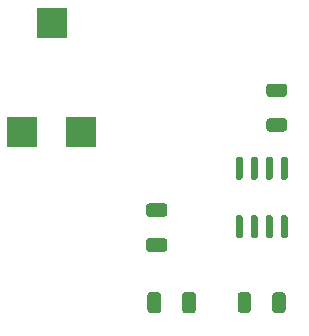
<source format=gbr>
%TF.GenerationSoftware,KiCad,Pcbnew,(5.1.9)-1*%
%TF.CreationDate,2021-03-24T11:57:43+05:30*%
%TF.ProjectId,dcmo,64636d6f-2e6b-4696-9361-645f70636258,rev?*%
%TF.SameCoordinates,Original*%
%TF.FileFunction,Paste,Top*%
%TF.FilePolarity,Positive*%
%FSLAX46Y46*%
G04 Gerber Fmt 4.6, Leading zero omitted, Abs format (unit mm)*
G04 Created by KiCad (PCBNEW (5.1.9)-1) date 2021-03-24 11:57:43*
%MOMM*%
%LPD*%
G01*
G04 APERTURE LIST*
%ADD10R,2.500000X2.500000*%
G04 APERTURE END LIST*
%TO.C,U1*%
G36*
G01*
X143995000Y-95610000D02*
X144295000Y-95610000D01*
G75*
G02*
X144445000Y-95760000I0J-150000D01*
G01*
X144445000Y-97410000D01*
G75*
G02*
X144295000Y-97560000I-150000J0D01*
G01*
X143995000Y-97560000D01*
G75*
G02*
X143845000Y-97410000I0J150000D01*
G01*
X143845000Y-95760000D01*
G75*
G02*
X143995000Y-95610000I150000J0D01*
G01*
G37*
G36*
G01*
X142725000Y-95610000D02*
X143025000Y-95610000D01*
G75*
G02*
X143175000Y-95760000I0J-150000D01*
G01*
X143175000Y-97410000D01*
G75*
G02*
X143025000Y-97560000I-150000J0D01*
G01*
X142725000Y-97560000D01*
G75*
G02*
X142575000Y-97410000I0J150000D01*
G01*
X142575000Y-95760000D01*
G75*
G02*
X142725000Y-95610000I150000J0D01*
G01*
G37*
G36*
G01*
X141455000Y-95610000D02*
X141755000Y-95610000D01*
G75*
G02*
X141905000Y-95760000I0J-150000D01*
G01*
X141905000Y-97410000D01*
G75*
G02*
X141755000Y-97560000I-150000J0D01*
G01*
X141455000Y-97560000D01*
G75*
G02*
X141305000Y-97410000I0J150000D01*
G01*
X141305000Y-95760000D01*
G75*
G02*
X141455000Y-95610000I150000J0D01*
G01*
G37*
G36*
G01*
X140185000Y-95610000D02*
X140485000Y-95610000D01*
G75*
G02*
X140635000Y-95760000I0J-150000D01*
G01*
X140635000Y-97410000D01*
G75*
G02*
X140485000Y-97560000I-150000J0D01*
G01*
X140185000Y-97560000D01*
G75*
G02*
X140035000Y-97410000I0J150000D01*
G01*
X140035000Y-95760000D01*
G75*
G02*
X140185000Y-95610000I150000J0D01*
G01*
G37*
G36*
G01*
X140185000Y-100560000D02*
X140485000Y-100560000D01*
G75*
G02*
X140635000Y-100710000I0J-150000D01*
G01*
X140635000Y-102360000D01*
G75*
G02*
X140485000Y-102510000I-150000J0D01*
G01*
X140185000Y-102510000D01*
G75*
G02*
X140035000Y-102360000I0J150000D01*
G01*
X140035000Y-100710000D01*
G75*
G02*
X140185000Y-100560000I150000J0D01*
G01*
G37*
G36*
G01*
X141455000Y-100560000D02*
X141755000Y-100560000D01*
G75*
G02*
X141905000Y-100710000I0J-150000D01*
G01*
X141905000Y-102360000D01*
G75*
G02*
X141755000Y-102510000I-150000J0D01*
G01*
X141455000Y-102510000D01*
G75*
G02*
X141305000Y-102360000I0J150000D01*
G01*
X141305000Y-100710000D01*
G75*
G02*
X141455000Y-100560000I150000J0D01*
G01*
G37*
G36*
G01*
X142725000Y-100560000D02*
X143025000Y-100560000D01*
G75*
G02*
X143175000Y-100710000I0J-150000D01*
G01*
X143175000Y-102360000D01*
G75*
G02*
X143025000Y-102510000I-150000J0D01*
G01*
X142725000Y-102510000D01*
G75*
G02*
X142575000Y-102360000I0J150000D01*
G01*
X142575000Y-100710000D01*
G75*
G02*
X142725000Y-100560000I150000J0D01*
G01*
G37*
G36*
G01*
X143995000Y-100560000D02*
X144295000Y-100560000D01*
G75*
G02*
X144445000Y-100710000I0J-150000D01*
G01*
X144445000Y-102360000D01*
G75*
G02*
X144295000Y-102510000I-150000J0D01*
G01*
X143995000Y-102510000D01*
G75*
G02*
X143845000Y-102360000I0J150000D01*
G01*
X143845000Y-100710000D01*
G75*
G02*
X143995000Y-100560000I150000J0D01*
G01*
G37*
%TD*%
D10*
%TO.C,RV1*%
X126960000Y-93525000D03*
X124460000Y-84275000D03*
X121960000Y-93525000D03*
%TD*%
%TO.C,R2*%
G36*
G01*
X142884999Y-92340000D02*
X144135001Y-92340000D01*
G75*
G02*
X144385000Y-92589999I0J-249999D01*
G01*
X144385000Y-93215001D01*
G75*
G02*
X144135001Y-93465000I-249999J0D01*
G01*
X142884999Y-93465000D01*
G75*
G02*
X142635000Y-93215001I0J249999D01*
G01*
X142635000Y-92589999D01*
G75*
G02*
X142884999Y-92340000I249999J0D01*
G01*
G37*
G36*
G01*
X142884999Y-89415000D02*
X144135001Y-89415000D01*
G75*
G02*
X144385000Y-89664999I0J-249999D01*
G01*
X144385000Y-90290001D01*
G75*
G02*
X144135001Y-90540000I-249999J0D01*
G01*
X142884999Y-90540000D01*
G75*
G02*
X142635000Y-90290001I0J249999D01*
G01*
X142635000Y-89664999D01*
G75*
G02*
X142884999Y-89415000I249999J0D01*
G01*
G37*
%TD*%
%TO.C,R1*%
G36*
G01*
X141340000Y-107324999D02*
X141340000Y-108575001D01*
G75*
G02*
X141090001Y-108825000I-249999J0D01*
G01*
X140464999Y-108825000D01*
G75*
G02*
X140215000Y-108575001I0J249999D01*
G01*
X140215000Y-107324999D01*
G75*
G02*
X140464999Y-107075000I249999J0D01*
G01*
X141090001Y-107075000D01*
G75*
G02*
X141340000Y-107324999I0J-249999D01*
G01*
G37*
G36*
G01*
X144265000Y-107324999D02*
X144265000Y-108575001D01*
G75*
G02*
X144015001Y-108825000I-249999J0D01*
G01*
X143389999Y-108825000D01*
G75*
G02*
X143140000Y-108575001I0J249999D01*
G01*
X143140000Y-107324999D01*
G75*
G02*
X143389999Y-107075000I249999J0D01*
G01*
X144015001Y-107075000D01*
G75*
G02*
X144265000Y-107324999I0J-249999D01*
G01*
G37*
%TD*%
%TO.C,C2*%
G36*
G01*
X134000001Y-100700000D02*
X132699999Y-100700000D01*
G75*
G02*
X132450000Y-100450001I0J249999D01*
G01*
X132450000Y-99799999D01*
G75*
G02*
X132699999Y-99550000I249999J0D01*
G01*
X134000001Y-99550000D01*
G75*
G02*
X134250000Y-99799999I0J-249999D01*
G01*
X134250000Y-100450001D01*
G75*
G02*
X134000001Y-100700000I-249999J0D01*
G01*
G37*
G36*
G01*
X134000001Y-103650000D02*
X132699999Y-103650000D01*
G75*
G02*
X132450000Y-103400001I0J249999D01*
G01*
X132450000Y-102749999D01*
G75*
G02*
X132699999Y-102500000I249999J0D01*
G01*
X134000001Y-102500000D01*
G75*
G02*
X134250000Y-102749999I0J-249999D01*
G01*
X134250000Y-103400001D01*
G75*
G02*
X134000001Y-103650000I-249999J0D01*
G01*
G37*
%TD*%
%TO.C,C1*%
G36*
G01*
X133720000Y-107299999D02*
X133720000Y-108600001D01*
G75*
G02*
X133470001Y-108850000I-249999J0D01*
G01*
X132819999Y-108850000D01*
G75*
G02*
X132570000Y-108600001I0J249999D01*
G01*
X132570000Y-107299999D01*
G75*
G02*
X132819999Y-107050000I249999J0D01*
G01*
X133470001Y-107050000D01*
G75*
G02*
X133720000Y-107299999I0J-249999D01*
G01*
G37*
G36*
G01*
X136670000Y-107299999D02*
X136670000Y-108600001D01*
G75*
G02*
X136420001Y-108850000I-249999J0D01*
G01*
X135769999Y-108850000D01*
G75*
G02*
X135520000Y-108600001I0J249999D01*
G01*
X135520000Y-107299999D01*
G75*
G02*
X135769999Y-107050000I249999J0D01*
G01*
X136420001Y-107050000D01*
G75*
G02*
X136670000Y-107299999I0J-249999D01*
G01*
G37*
%TD*%
M02*

</source>
